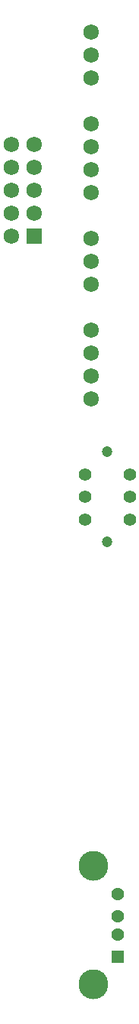
<source format=gbr>
%TF.GenerationSoftware,KiCad,Pcbnew,(5.1.6-0-10_14)*%
%TF.CreationDate,2020-12-25T20:14:25+01:00*%
%TF.ProjectId,USBPowerSupplyEurorack,55534250-6f77-4657-9253-7570706c7945,rev?*%
%TF.SameCoordinates,Original*%
%TF.FileFunction,Copper,L2,Bot*%
%TF.FilePolarity,Positive*%
%FSLAX46Y46*%
G04 Gerber Fmt 4.6, Leading zero omitted, Abs format (unit mm)*
G04 Created by KiCad (PCBNEW (5.1.6-0-10_14)) date 2020-12-25 20:14:25*
%MOMM*%
%LPD*%
G01*
G04 APERTURE LIST*
%TA.AperFunction,ComponentPad*%
%ADD10R,1.725000X1.725000*%
%TD*%
%TA.AperFunction,ComponentPad*%
%ADD11C,1.725000*%
%TD*%
%TA.AperFunction,ComponentPad*%
%ADD12R,1.428000X1.428000*%
%TD*%
%TA.AperFunction,ComponentPad*%
%ADD13C,1.428000*%
%TD*%
%TA.AperFunction,ComponentPad*%
%ADD14C,3.316000*%
%TD*%
%TA.AperFunction,ComponentPad*%
%ADD15C,1.400000*%
%TD*%
%TA.AperFunction,ComponentPad*%
%ADD16C,1.200000*%
%TD*%
G04 APERTURE END LIST*
D10*
%TO.P,J2,1*%
%TO.N,+12V*%
X132800000Y-72925000D03*
D11*
%TO.P,J2,2*%
X130260000Y-72925000D03*
%TO.P,J2,3*%
%TO.N,0V*%
X132800000Y-70385000D03*
%TO.P,J2,4*%
X130260000Y-70385000D03*
%TO.P,J2,5*%
X132800000Y-67845000D03*
%TO.P,J2,6*%
X130260000Y-67845000D03*
%TO.P,J2,7*%
X132800000Y-65305000D03*
%TO.P,J2,8*%
X130260000Y-65305000D03*
%TO.P,J2,9*%
%TO.N,-12V*%
X132800000Y-62765000D03*
%TO.P,J2,10*%
X130260000Y-62765000D03*
%TD*%
D12*
%TO.P,J1,1*%
%TO.N,Net-(F1-Pad1)*%
X142175000Y-152750000D03*
D13*
%TO.P,J1,2*%
%TO.N,Net-(J1-Pad2)*%
X142175000Y-150250000D03*
%TO.P,J1,3*%
%TO.N,Net-(J1-Pad3)*%
X142175000Y-148250000D03*
%TO.P,J1,4*%
%TO.N,GND*%
X142175000Y-145750000D03*
D14*
%TO.P,J1,SH1*%
%TO.N,Net-(J1-PadSH1)*%
X139465000Y-155820000D03*
%TO.P,J1,SH2*%
X139465000Y-142680000D03*
%TD*%
D11*
%TO.P,PS1,1*%
%TO.N,-Vin*%
X139150000Y-73175000D03*
%TO.P,PS1,2*%
%TO.N,+Vin*%
X139150000Y-75715000D03*
%TO.P,PS1,3*%
%TO.N,Net-(PS1-Pad3)*%
X139150000Y-78255000D03*
%TO.P,PS1,5*%
%TO.N,Net-(PS1-Pad5)*%
X139150000Y-83335000D03*
%TO.P,PS1,6*%
%TO.N,+12V*%
X139150000Y-85875000D03*
%TO.P,PS1,7*%
%TO.N,0V*%
X139150000Y-88415000D03*
%TO.P,PS1,8*%
%TO.N,Net-(PS1-Pad8)*%
X139150000Y-90955000D03*
%TD*%
%TO.P,PS2,8*%
%TO.N,Net-(PS2-Pad8)*%
X139200000Y-68030000D03*
%TO.P,PS2,7*%
%TO.N,-12V*%
X139200000Y-65490000D03*
%TO.P,PS2,6*%
%TO.N,0V*%
X139200000Y-62950000D03*
%TO.P,PS2,5*%
%TO.N,Net-(PS2-Pad5)*%
X139200000Y-60410000D03*
%TO.P,PS2,3*%
%TO.N,Net-(PS2-Pad3)*%
X139200000Y-55330000D03*
%TO.P,PS2,2*%
%TO.N,+Vin*%
X139200000Y-52790000D03*
%TO.P,PS2,1*%
%TO.N,-Vin*%
X139200000Y-50250000D03*
%TD*%
D15*
%TO.P,S1,1*%
%TO.N,+5VD*%
X138475000Y-104275000D03*
%TO.P,S1,2*%
X138475000Y-101775000D03*
%TO.P,S1,3*%
%TO.N,Net-(S1-Pad3)*%
X138475000Y-99275000D03*
%TO.P,S1,4*%
%TO.N,+5V*%
X143475000Y-104275000D03*
%TO.P,S1,5*%
X143475000Y-101775000D03*
%TO.P,S1,6*%
%TO.N,Net-(S1-Pad6)*%
X143475000Y-99275000D03*
D16*
%TO.P,S1,L1*%
%TO.N,+12V*%
X140975000Y-106775000D03*
%TO.P,S1,L2*%
%TO.N,Net-(R1-Pad1)*%
X140975000Y-96775000D03*
%TD*%
M02*

</source>
